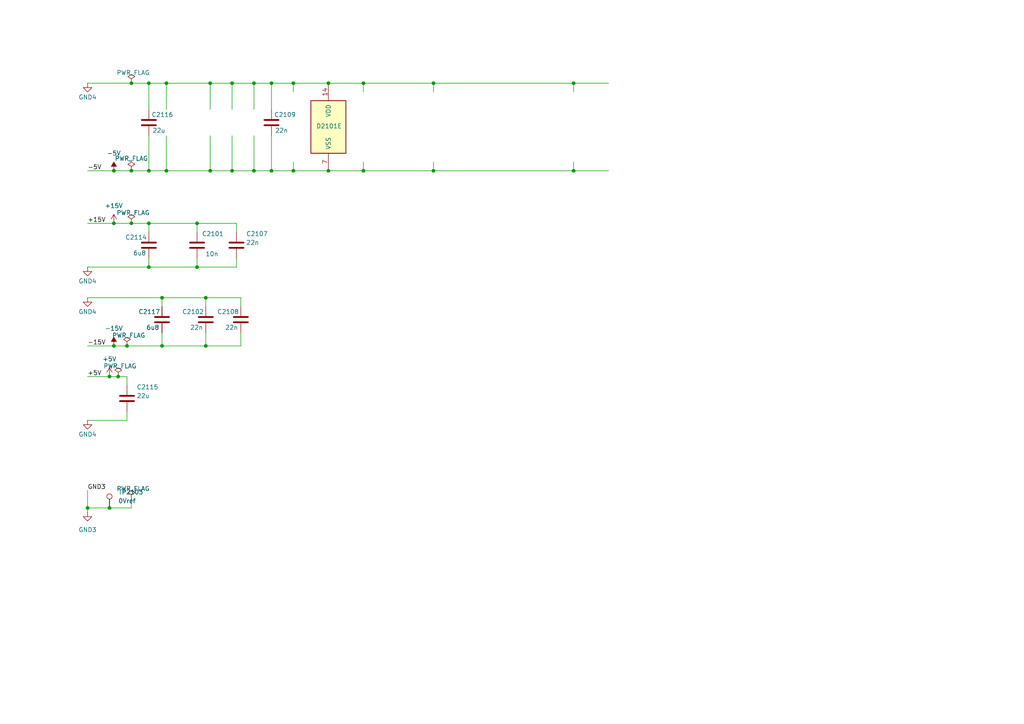
<source format=kicad_sch>
(kicad_sch (version 20231120) (generator "eeschema") (generator_version "8.0")
  (paper "A4")
  (title_block (title "PM2528 N21 (ADC Analog) | Power") (date "2024-08-30") (rev "1.0"))
  (lib_symbols
    (symbol "4xxx:4066" (pin_names (offset 1.016))
      (property "Reference" "U" (at -7.62 8.89 0))
      (property "Value" "4066" (at -7.62 -8.89 0))
      (symbol "4066_1_0"
        (polyline (pts (xy 0 1.27) (xy 0 2.54)) (stroke (width 0.1524)))
        (polyline (pts (xy -2.54 0) (xy 2.54 2.54) (xy 2.54 -2.54) (xy -2.54 0)) (fill (type background)))
        (polyline (pts (xy -2.54 2.54) (xy 2.54 0) (xy -2.54 -2.54) (xy -2.54 2.54)) (fill (type background)))
        (pin passive line (at -7.62 0 0) (length 5.08) (name "~") (number "1"))
        (pin input line (at 0 7.62 270) (length 5.08) (name "~") (number "13"))
        (pin passive line (at 7.62 0 180) (length 5.08) (name "~") (number "2"))
      )
      (symbol "4066_2_0"
        (polyline (pts (xy 0 1.27) (xy 0 2.54)) (stroke (width 0.1524)))
        (polyline (pts (xy -2.54 0) (xy 2.54 2.54) (xy 2.54 -2.54) (xy -2.54 0)) (fill (type background)))
        (polyline (pts (xy -2.54 2.54) (xy 2.54 0) (xy -2.54 -2.54) (xy -2.54 2.54)) (fill (type background)))
        (pin passive line (at 7.62 0 180) (length 5.08) (name "~") (number "3"))
        (pin passive line (at -7.62 0 0) (length 5.08) (name "~") (number "4"))
        (pin input line (at 0 7.62 270) (length 5.08) (name "~") (number "5"))
      )
      (symbol "4066_3_0"
        (polyline (pts (xy 0 1.27) (xy 0 2.54)) (stroke (width 0.1524)))
        (polyline (pts (xy -2.54 0) (xy 2.54 2.54) (xy 2.54 -2.54) (xy -2.54 0)) (fill (type background)))
        (polyline (pts (xy -2.54 2.54) (xy 2.54 0) (xy -2.54 -2.54) (xy -2.54 2.54)) (fill (type background)))
        (pin input line (at 0 7.62 270) (length 5.08) (name "~") (number "6"))
        (pin passive line (at -7.62 0 0) (length 5.08) (name "~") (number "8"))
        (pin passive line (at 7.62 0 180) (length 5.08) (name "~") (number "9"))
      )
      (symbol "4066_4_0"
        (polyline (pts (xy 0 1.27) (xy 0 2.54)) (stroke (width 0.1524)))
        (polyline (pts (xy -2.54 0) (xy 2.54 2.54) (xy 2.54 -2.54) (xy -2.54 0)) (fill (type background)))
        (polyline (pts (xy -2.54 2.54) (xy 2.54 0) (xy -2.54 -2.54) (xy -2.54 2.54)) (fill (type background)))
        (pin passive line (at 7.62 0 180) (length 5.08) (name "~") (number "10"))
        (pin passive line (at -7.62 0 0) (length 5.08) (name "~") (number "11"))
        (pin input line (at 0 7.62 270) (length 5.08) (name "~") (number "12"))
      )
      (symbol "4066_5_0"
        (pin power_in line (at 0 12.7 270) (length 5.08) (name "VDD") (number "14"))
        (pin power_in line (at 0 -12.7 90) (length 5.08) (name "VSS") (number "7"))
      )
      (symbol "4066_5_1"
        (rectangle (start -5.08 7.62) (end 5.08 -7.62) (stroke (width 0.254)) (fill (type background)))
      )
    )
    (symbol "Connector:TestPoint" (pin_numbers hide) (pin_names (offset 0.762) hide)
      (property "Reference" "TP" (at 0 6.858 0))
      (property "Value" "TestPoint" (at 0 5.08 0))
      (symbol "TestPoint_0_1"
        (circle (center 0 3.302) (radius 0.762))
      )
      (symbol "TestPoint_1_1"
        (pin passive line (at 0 0 90) (length 2.54) (name "1") (number "1"))
      )
    )
    (symbol "Device:C" (pin_numbers hide) (pin_names (offset 0.254))
      (property "Reference" "C" (at 0.635 2.54 0))
      (property "Value" "C" (at 0.635 -2.54 0))
      (symbol "C_0_1"
        (polyline (pts (xy -2.032 -0.762) (xy 2.032 -0.762)) (stroke (width 0.508)))
        (polyline (pts (xy -2.032 0.762) (xy 2.032 0.762)) (stroke (width 0.508)))
      )
      (symbol "C_1_1"
        (pin passive line (at 0 3.81 270) (length 2.794) (name "~") (number "1"))
        (pin passive line (at 0 -3.81 90) (length 2.794) (name "~") (number "2"))
      )
    )
    (symbol "power:+15V" (power) (pin_numbers hide) (pin_names (offset 0) hide)
      (property "Value" "+15V" (at 0 3.556 0))
      (symbol "+15V_0_1"
        (polyline (pts (xy -0.762 1.27) (xy 0 2.54)))
        (polyline (pts (xy 0 0) (xy 0 2.54)))
        (polyline (pts (xy 0 2.54) (xy 0.762 1.27)))
      )
      (symbol "+15V_1_1"
        (pin power_in line (at 0 0 90) (length 0) (name "~") (number "1"))
      )
    )
    (symbol "power:+5V" (power) (pin_numbers hide) (pin_names (offset 0) hide)
      (property "Value" "+5V" (at 0 3.556 0))
      (symbol "+5V_0_1"
        (polyline (pts (xy -0.762 1.27) (xy 0 2.54)))
        (polyline (pts (xy 0 0) (xy 0 2.54)))
        (polyline (pts (xy 0 2.54) (xy 0.762 1.27)))
      )
      (symbol "+5V_1_1"
        (pin power_in line (at 0 0 90) (length 0) (name "~") (number "1"))
      )
    )
    (symbol "power:-15V" (power) (pin_numbers hide) (pin_names (offset 0) hide)
      (property "Value" "-15V" (at 0 3.556 0))
      (symbol "-15V_0_0"
        (pin power_in line (at 0 0 90) (length 0) (name "~") (number "1"))
      )
      (symbol "-15V_0_1"
        (polyline (pts (xy 0 0) (xy 0 1.27) (xy 0.762 1.27) (xy 0 2.54) (xy -0.762 1.27) (xy 0 1.27)) (fill (type outline)))
      )
    )
    (symbol "power:-5V" (power) (pin_numbers hide) (pin_names (offset 0) hide)
      (property "Value" "-5V" (at 0 3.556 0))
      (symbol "-5V_0_0"
        (pin power_in line (at 0 0 90) (length 0) (name "~") (number "1"))
      )
      (symbol "-5V_0_1"
        (polyline (pts (xy 0 0) (xy 0 1.27) (xy 0.762 1.27) (xy 0 2.54) (xy -0.762 1.27) (xy 0 1.27)) (fill (type outline)))
      )
    )
    (symbol "power:GND" (power) (pin_numbers hide) (pin_names (offset 0) hide)
      (property "Value" "GND" (at 0 -3.81 0))
      (symbol "GND_0_1"
        (polyline (pts (xy 0 0) (xy 0 -1.27) (xy 1.27 -1.27) (xy 0 -2.54) (xy -1.27 -1.27) (xy 0 -1.27)))
      )
      (symbol "GND_1_1"
        (pin power_in line (at 0 0 270) (length 0) (name "~") (number "1"))
      )
    )
    (symbol "power:GND3" (power) (pin_numbers hide) (pin_names (offset 0) hide)
      (property "Value" "GND3" (at 0 -3.81 0))
      (symbol "GND3_0_1"
        (polyline (pts (xy 0 0) (xy 0 -1.27) (xy 1.27 -1.27) (xy 0 -2.54) (xy -1.27 -1.27) (xy 0 -1.27)))
      )
      (symbol "GND3_1_1"
        (pin power_in line (at 0 0 270) (length 0) (name "~") (number "1"))
      )
    )
    (symbol "power:PWR_FLAG" (power) (pin_numbers hide) (pin_names (offset 0) hide)
      (property "Value" "PWR_FLAG" (at 0 3.81 0))
      (symbol "PWR_FLAG_0_0"
        (pin power_out line (at 0 0 90) (length 0) (name "~") (number "1"))
      )
      (symbol "PWR_FLAG_0_1"
        (polyline (pts (xy 0 0) (xy 0 1.27) (xy -1.016 1.905) (xy 0 2.54) (xy 1.016 1.905) (xy 0 1.27)))
      )
    )
  )
  (junction (at 33.02 49.53))
  (junction (at 166.37 49.53))
  (junction (at 34.29 109.22))
  (junction (at 43.18 64.77))
  (junction (at 125.73 24.13))
  (junction (at 38.1 64.77))
  (junction (at 95.25 49.53))
  (junction (at 59.69 100.33))
  (junction (at 33.02 100.33))
  (junction (at 125.73 49.53))
  (junction (at 31.75 147.32))
  (junction (at 73.66 24.13))
  (junction (at 78.74 49.53))
  (junction (at 48.26 49.53))
  (junction (at 43.18 24.13))
  (junction (at 48.26 24.13))
  (junction (at 36.83 100.33))
  (junction (at 73.66 49.53))
  (junction (at 67.31 49.53))
  (junction (at 25.4 147.32))
  (junction (at 46.99 86.36))
  (junction (at 59.69 86.36))
  (junction (at 78.74 24.13))
  (junction (at 95.25 24.13))
  (junction (at 85.09 24.13))
  (junction (at 38.1 49.53))
  (junction (at 43.18 77.47))
  (junction (at 46.99 100.33))
  (junction (at 57.15 64.77))
  (junction (at 43.18 49.53))
  (junction (at 105.41 24.13))
  (junction (at 85.09 49.53))
  (junction (at 57.15 77.47))
  (junction (at 31.75 109.22))
  (junction (at 38.1 24.13))
  (junction (at 33.02 64.77))
  (junction (at 67.31 24.13))
  (junction (at 166.37 24.13))
  (junction (at 105.41 49.53))
  (junction (at 60.96 24.13))
  (junction (at 60.96 49.53))
  (wire (pts (xy 59.69 88.9) (xy 59.69 86.36)))
  (wire (pts (xy 48.26 49.53) (xy 60.96 49.53)))
  (wire (pts (xy 25.4 77.47) (xy 43.18 77.47)))
  (wire (pts (xy 36.83 109.22) (xy 36.83 111.76)))
  (wire (pts (xy 73.66 24.13) (xy 78.74 24.13)))
  (wire (pts (xy 46.99 88.9) (xy 46.99 86.36)))
  (wire (pts (xy 38.1 24.13) (xy 43.18 24.13)))
  (wire (pts (xy 25.4 64.77) (xy 33.02 64.77)))
  (wire (pts (xy 57.15 77.47) (xy 68.58 77.47)))
  (wire (pts (xy 57.15 67.31) (xy 57.15 64.77)))
  (wire (pts (xy 34.29 109.22) (xy 36.83 109.22)))
  (wire (pts (xy 95.25 24.13) (xy 105.41 24.13)))
  (wire (pts (xy 46.99 96.52) (xy 46.99 100.33)))
  (wire (pts (xy 78.74 24.13) (xy 78.74 31.75)))
  (wire (pts (xy 25.4 142.24) (xy 25.4 147.32)))
  (wire (pts (xy 38.1 49.53) (xy 43.18 49.53)))
  (wire (pts (xy 43.18 24.13) (xy 43.18 31.75)))
  (wire (pts (xy 57.15 64.77) (xy 68.58 64.77)))
  (wire (pts (xy 33.02 49.53) (xy 38.1 49.53)))
  (wire (pts (xy 67.31 49.53) (xy 60.96 49.53)))
  (wire (pts (xy 105.41 24.13) (xy 125.73 24.13)))
  (wire (pts (xy 33.02 64.77) (xy 38.1 64.77)))
  (wire (pts (xy 78.74 49.53) (xy 85.09 49.53)))
  (wire (pts (xy 43.18 49.53) (xy 48.26 49.53)))
  (wire (pts (xy 125.73 49.53) (xy 166.37 49.53)))
  (wire (pts (xy 59.69 100.33) (xy 69.85 100.33)))
  (wire (pts (xy 43.18 39.37) (xy 43.18 49.53)))
  (wire (pts (xy 73.66 49.53) (xy 67.31 49.53)))
  (wire (pts (xy 69.85 86.36) (xy 69.85 88.9)))
  (wire (pts (xy 68.58 74.93) (xy 68.58 77.47)))
  (wire (pts (xy 105.41 46.99) (xy 105.41 49.53)))
  (wire (pts (xy 125.73 24.13) (xy 125.73 26.67)))
  (wire (pts (xy 60.96 39.37) (xy 60.96 49.53)))
  (wire (pts (xy 67.31 24.13) (xy 67.31 31.75)))
  (wire (pts (xy 43.18 74.93) (xy 43.18 77.47)))
  (wire (pts (xy 166.37 24.13) (xy 176.53 24.13)))
  (wire (pts (xy 25.4 109.22) (xy 31.75 109.22)))
  (wire (pts (xy 43.18 67.31) (xy 43.18 64.77)))
  (wire (pts (xy 85.09 24.13) (xy 95.25 24.13)))
  (wire (pts (xy 73.66 49.53) (xy 78.74 49.53)))
  (wire (pts (xy 68.58 64.77) (xy 68.58 67.31)))
  (wire (pts (xy 166.37 24.13) (xy 166.37 26.67)))
  (wire (pts (xy 166.37 46.99) (xy 166.37 49.53)))
  (wire (pts (xy 38.1 144.78) (xy 38.1 147.32)))
  (wire (pts (xy 166.37 49.53) (xy 176.53 49.53)))
  (wire (pts (xy 48.26 24.13) (xy 60.96 24.13)))
  (wire (pts (xy 67.31 24.13) (xy 73.66 24.13)))
  (wire (pts (xy 38.1 147.32) (xy 31.75 147.32)))
  (wire (pts (xy 33.02 100.33) (xy 36.83 100.33)))
  (wire (pts (xy 43.18 24.13) (xy 48.26 24.13)))
  (wire (pts (xy 69.85 100.33) (xy 69.85 96.52)))
  (wire (pts (xy 85.09 46.99) (xy 85.09 49.53)))
  (wire (pts (xy 105.41 24.13) (xy 105.41 26.67)))
  (wire (pts (xy 43.18 64.77) (xy 57.15 64.77)))
  (wire (pts (xy 36.83 119.38) (xy 36.83 121.92)))
  (wire (pts (xy 59.69 86.36) (xy 69.85 86.36)))
  (wire (pts (xy 78.74 39.37) (xy 78.74 49.53)))
  (wire (pts (xy 95.25 49.53) (xy 105.41 49.53)))
  (wire (pts (xy 46.99 100.33) (xy 59.69 100.33)))
  (wire (pts (xy 25.4 24.13) (xy 38.1 24.13)))
  (wire (pts (xy 73.66 24.13) (xy 73.66 31.75)))
  (wire (pts (xy 73.66 39.37) (xy 73.66 49.53)))
  (wire (pts (xy 25.4 49.53) (xy 33.02 49.53)))
  (wire (pts (xy 25.4 86.36) (xy 46.99 86.36)))
  (wire (pts (xy 46.99 86.36) (xy 59.69 86.36)))
  (wire (pts (xy 67.31 39.37) (xy 67.31 49.53)))
  (wire (pts (xy 48.26 39.37) (xy 48.26 49.53)))
  (wire (pts (xy 105.41 49.53) (xy 125.73 49.53)))
  (wire (pts (xy 125.73 24.13) (xy 166.37 24.13)))
  (wire (pts (xy 43.18 77.47) (xy 57.15 77.47)))
  (wire (pts (xy 25.4 147.32) (xy 25.4 148.59)))
  (wire (pts (xy 25.4 100.33) (xy 33.02 100.33)))
  (wire (pts (xy 57.15 74.93) (xy 57.15 77.47)))
  (wire (pts (xy 31.75 147.32) (xy 25.4 147.32)))
  (wire (pts (xy 78.74 24.13) (xy 85.09 24.13)))
  (wire (pts (xy 125.73 46.99) (xy 125.73 49.53)))
  (wire (pts (xy 60.96 24.13) (xy 60.96 31.75)))
  (wire (pts (xy 31.75 109.22) (xy 34.29 109.22)))
  (wire (pts (xy 60.96 24.13) (xy 67.31 24.13)))
  (wire (pts (xy 25.4 121.92) (xy 36.83 121.92)))
  (wire (pts (xy 48.26 24.13) (xy 48.26 31.75)))
  (wire (pts (xy 38.1 64.77) (xy 43.18 64.77)))
  (wire (pts (xy 85.09 24.13) (xy 85.09 26.67)))
  (wire (pts (xy 59.69 96.52) (xy 59.69 100.33)))
  (wire (pts (xy 85.09 49.53) (xy 95.25 49.53)))
  (wire (pts (xy 36.83 100.33) (xy 46.99 100.33)))
  (label "-15V" (at 25.4 100.33 0))
  (label "-5V" (at 25.4 49.53 0))
  (label "+15V" (at 25.4 64.77 0))
  (label "+5V" (at 25.4 109.22 0))
  (label "GND3" (at 25.4 142.24 0))
  (symbol (lib_id "power:PWR_FLAG") (at 38.1 64.77 0) (unit 1)
    (property "Reference" "#FLG03" (effects (hide yes)))
    (property "Value" "PWR_FLAG" (at 38.608 61.722 0))
    (property "Description" "Special symbol for telling ERC where power comes from" (effects (hide yes)))
  )
  (symbol (lib_id "power:PWR_FLAG") (at 38.1 49.53 0) (unit 1)
    (property "Reference" "#FLG02" (effects (hide yes)))
    (property "Value" "PWR_FLAG" (at 38.1 45.974 0))
    (property "Description" "Special symbol for telling ERC where power comes from" (effects (hide yes)))
  )
  (symbol (lib_id "power:+5V") (at 31.75 109.22 0) (unit 1)
    (property "Reference" "#PWR027" (effects (hide yes)))
    (property "Value" "+5V" (at 31.75 104.14 0))
    (property "Description" "Power symbol creates a global label with name \"+5V\"" (effects (hide yes)))
  )
  (symbol (lib_id "power:GND") (at 25.4 121.92 0) (unit 1)
    (property "Reference" "#PWR06" (effects (hide yes)))
    (property "Value" "GND4" (at 25.4 125.984 0))
    (property "Description" "Power symbol creates a global label with name \"GND\" , ground" (effects (hide yes)))
  )
  (symbol (lib_id "Device:C") (at 43.18 71.12 0) (unit 1)
    (property "Reference" "C2114" (at 36.322 68.834 0) (effects (justify left)))
    (property "Value" "6u8" (at 38.608 73.406 0) (effects (justify left)))
    (property "Footprint" "Capacitor_THT:C_Disc_D5.0mm_W2.5mm_P5.00mm" (effects (hide yes)))
    (property "Description" "Unpolarized capacitor" (effects (hide yes)))
  )
  (symbol (lib_id "power:PWR_FLAG") (at 38.1 24.13 0) (unit 1)
    (property "Reference" "#FLG01" (effects (hide yes)))
    (property "Value" "PWR_FLAG" (at 38.608 21.082 0))
    (property "Description" "Special symbol for telling ERC where power comes from" (effects (hide yes)))
  )
  (symbol (lib_id "Device:C") (at 43.18 35.56 0) (unit 1)
    (property "Reference" "C2116" (at 43.942 33.274 0) (effects (justify left)))
    (property "Value" "22u" (at 44.196 37.846 0) (effects (justify left)))
    (property "Footprint" "Capacitor_THT:C_Disc_D5.0mm_W2.5mm_P5.00mm" (effects (hide yes)))
    (property "Description" "Unpolarized capacitor" (effects (hide yes)))
  )
  (symbol (lib_id "power:-15V") (at 33.02 100.33 0) (unit 1)
    (property "Reference" "#PWR024" (effects (hide yes)))
    (property "Value" "-15V" (at 33.02 95.25 0))
    (property "Description" "Power symbol creates a global label with name \"-15V\"" (effects (hide yes)))
  )
  (symbol (lib_id "power:+15V") (at 33.02 64.77 0) (unit 1)
    (property "Reference" "#PWR09" (effects (hide yes)))
    (property "Value" "+15V" (at 33.02 59.69 0))
    (property "Description" "Power symbol creates a global label with name \"+15V\"" (effects (hide yes)))
  )
  (symbol (lib_id "power:-5V") (at 33.02 49.53 0) (unit 1)
    (property "Reference" "#PWR028" (effects (hide yes)))
    (property "Value" "-5V" (at 33.02 44.45 0))
    (property "Description" "Power symbol creates a global label with name \"-5V\"" (effects (hide yes)))
  )
  (symbol (lib_id "power:GND3") (at 25.4 148.59 0) (unit 1)
    (property "Reference" "#PWR035" (effects (hide yes)))
    (property "Value" "GND3" (at 25.4 153.67 0))
    (property "Description" "Power symbol creates a global label with name \"GND3\" , ground" (effects (hide yes)))
  )
  (symbol (lib_id "Device:C") (at 78.74 35.56 0) (unit 1)
    (property "Reference" "C2109" (at 79.502 33.274 0) (effects (justify left)))
    (property "Value" "22n" (at 79.756 37.846 0) (effects (justify left)))
    (property "Footprint" "Capacitor_THT:C_Disc_D4.3mm_W1.9mm_P5.00mm" (effects (hide yes)))
    (property "Description" "Unpolarized capacitor" (effects (hide yes)))
  )
  (symbol (lib_id "Device:C") (at 59.69 92.71 0) (unit 1)
    (property "Reference" "C2102" (at 52.832 90.424 0) (effects (justify left)))
    (property "Value" "22n" (at 55.118 94.996 0) (effects (justify left)))
    (property "Footprint" "Capacitor_THT:C_Disc_D4.3mm_W1.9mm_P5.00mm" (effects (hide yes)))
    (property "Description" "Unpolarized capacitor" (effects (hide yes)))
  )
  (symbol (lib_id "Device:C") (at 57.15 71.12 180) (unit 1)
    (property "Reference" "C2101" (at 61.722 67.818 0))
    (property "Value" "10n" (at 61.468 73.66 0))
    (property "Footprint" "Capacitor_THT:C_Disc_D4.3mm_W1.9mm_P5.00mm" (effects (hide yes)))
    (property "Description" "Unpolarized capacitor" (effects (hide yes)))
  )
  (symbol (lib_id "Device:C") (at 68.58 71.12 0) (unit 1)
    (property "Reference" "C2107" (at 71.374 67.818 0) (effects (justify left)))
    (property "Value" "22n" (at 71.374 70.358 0) (effects (justify left)))
    (property "Footprint" "Capacitor_THT:C_Disc_D4.3mm_W1.9mm_P5.00mm" (effects (hide yes)))
    (property "Description" "Unpolarized capacitor" (effects (hide yes)))
  )
  (symbol (lib_id "power:PWR_FLAG") (at 34.29 109.22 0) (unit 1)
    (property "Reference" "#FLG05" (effects (hide yes)))
    (property "Value" "PWR_FLAG" (at 34.798 106.172 0))
    (property "Description" "Special symbol for telling ERC where power comes from" (effects (hide yes)))
  )
  (symbol (lib_id "power:PWR_FLAG") (at 38.1 144.78 0) (unit 1)
    (property "Reference" "#FLG06" (effects (hide yes)))
    (property "Value" "PWR_FLAG" (at 38.608 141.732 0))
    (property "Description" "Special symbol for telling ERC where power comes from" (effects (hide yes)))
  )
  (symbol (lib_id "4xxx:4066") (at 95.25 36.83 0) (unit 5)
    (property "Reference" "D2101" (at 91.694 36.576 0) (effects (justify left)))
    (property "Value" "HEF4066" (effects (hide yes)))
    (property "Footprint" "Package_DIP:DIP-14_W7.62mm" (effects (hide yes)))
    (property "Datasheet" "http://www.ti.com/lit/ds/symlink/cd4066b.pdf" (effects (hide yes)))
    (property "Description" "Quad Analog Switches" (effects (hide yes)))
  )
  (symbol (lib_id "power:GND") (at 25.4 86.36 0) (unit 1)
    (property "Reference" "#PWR025" (effects (hide yes)))
    (property "Value" "GND4" (at 25.4 90.424 0))
    (property "Description" "Power symbol creates a global label with name \"GND\" , ground" (effects (hide yes)))
  )
  (symbol (lib_id "power:GND") (at 25.4 24.13 0) (unit 1)
    (property "Reference" "#PWR02" (effects (hide yes)))
    (property "Value" "GND4" (at 25.4 28.194 0))
    (property "Description" "Power symbol creates a global label with name \"GND\" , ground" (effects (hide yes)))
  )
  (symbol (lib_id "power:GND") (at 25.4 77.47 0) (unit 1)
    (property "Reference" "#PWR020" (effects (hide yes)))
    (property "Value" "GND4" (at 25.4 81.534 0))
    (property "Description" "Power symbol creates a global label with name \"GND\" , ground" (effects (hide yes)))
  )
  (symbol (lib_id "Device:C") (at 36.83 115.57 0) (unit 1)
    (property "Reference" "C2115" (at 39.624 112.268 0) (effects (justify left)))
    (property "Value" "22u" (at 39.624 114.808 0) (effects (justify left)))
    (property "Footprint" "Capacitor_THT:C_Disc_D5.0mm_W2.5mm_P5.00mm" (effects (hide yes)))
    (property "Description" "Unpolarized capacitor" (effects (hide yes)))
  )
  (symbol (lib_id "Connector:TestPoint") (at 31.75 147.32 0) (unit 1)
    (property "Reference" "TP2103" (at 34.29 142.7479 0) (effects (justify left)))
    (property "Value" "0Vref" (at 34.29 145.2879 0) (effects (justify left)))
    (property "Footprint" "Connector_Pin:Pin_D1.0mm_L10.0mm" (effects (hide yes)))
    (property "Description" "test point" (effects (hide yes)))
  )
  (symbol (lib_id "Device:C") (at 46.99 92.71 0) (unit 1)
    (property "Reference" "C2117" (at 40.132 90.424 0) (effects (justify left)))
    (property "Value" "6u8" (at 42.418 94.996 0) (effects (justify left)))
    (property "Footprint" "Capacitor_THT:C_Disc_D5.0mm_W2.5mm_P5.00mm" (effects (hide yes)))
    (property "Description" "Unpolarized capacitor" (effects (hide yes)))
  )
  (symbol (lib_id "Device:C") (at 69.85 92.71 0) (unit 1)
    (property "Reference" "C2108" (at 62.992 90.424 0) (effects (justify left)))
    (property "Value" "22n" (at 65.278 94.996 0) (effects (justify left)))
    (property "Footprint" "Capacitor_THT:C_Disc_D4.3mm_W1.9mm_P5.00mm" (effects (hide yes)))
    (property "Description" "Unpolarized capacitor" (effects (hide yes)))
  )
  (symbol (lib_id "power:PWR_FLAG") (at 36.83 100.33 0) (unit 1)
    (property "Reference" "#FLG04" (effects (hide yes)))
    (property "Value" "PWR_FLAG" (at 37.338 97.282 0))
    (property "Description" "Special symbol for telling ERC where power comes from" (effects (hide yes)))
  )
)
</source>
